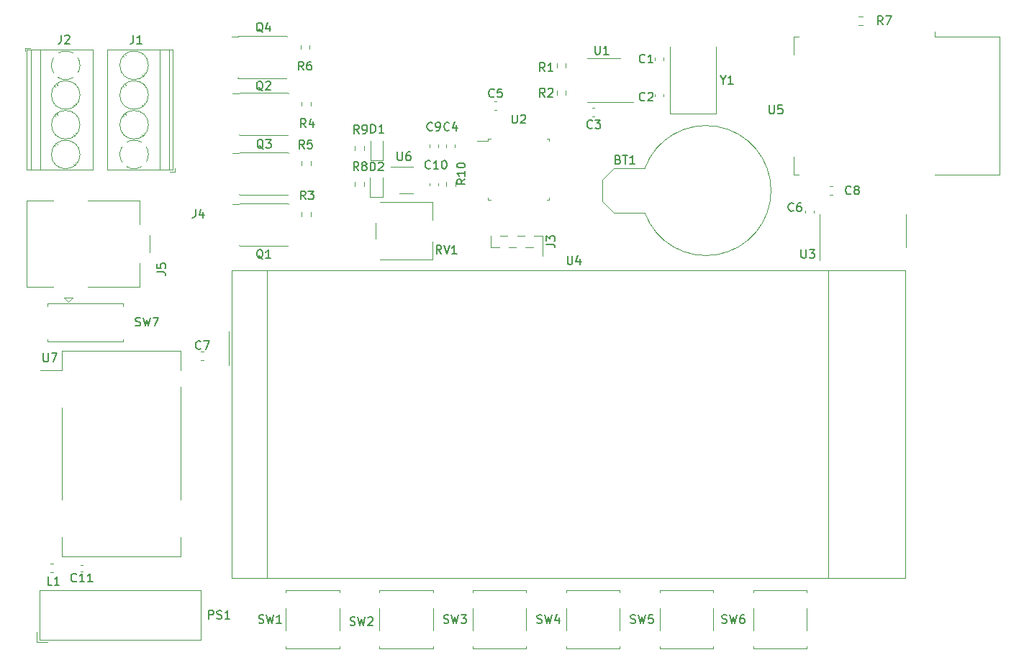
<source format=gbr>
%TF.GenerationSoftware,KiCad,Pcbnew,(6.0.9)*%
%TF.CreationDate,2023-01-24T23:05:38+01:00*%
%TF.ProjectId,Projekt,50726f6a-656b-4742-9e6b-696361645f70,rev?*%
%TF.SameCoordinates,Original*%
%TF.FileFunction,Legend,Top*%
%TF.FilePolarity,Positive*%
%FSLAX46Y46*%
G04 Gerber Fmt 4.6, Leading zero omitted, Abs format (unit mm)*
G04 Created by KiCad (PCBNEW (6.0.9)) date 2023-01-24 23:05:38*
%MOMM*%
%LPD*%
G01*
G04 APERTURE LIST*
%ADD10C,0.150000*%
%ADD11C,0.120000*%
G04 APERTURE END LIST*
D10*
%TO.C,J3*%
X126512380Y-97333333D02*
X127226666Y-97333333D01*
X127369523Y-97380952D01*
X127464761Y-97476190D01*
X127512380Y-97619047D01*
X127512380Y-97714285D01*
X126512380Y-96952380D02*
X126512380Y-96333333D01*
X126893333Y-96666666D01*
X126893333Y-96523809D01*
X126940952Y-96428571D01*
X126988571Y-96380952D01*
X127083809Y-96333333D01*
X127321904Y-96333333D01*
X127417142Y-96380952D01*
X127464761Y-96428571D01*
X127512380Y-96523809D01*
X127512380Y-96809523D01*
X127464761Y-96904761D01*
X127417142Y-96952380D01*
%TO.C,J2*%
X69416666Y-72702380D02*
X69416666Y-73416666D01*
X69369047Y-73559523D01*
X69273809Y-73654761D01*
X69130952Y-73702380D01*
X69035714Y-73702380D01*
X69845238Y-72797619D02*
X69892857Y-72750000D01*
X69988095Y-72702380D01*
X70226190Y-72702380D01*
X70321428Y-72750000D01*
X70369047Y-72797619D01*
X70416666Y-72892857D01*
X70416666Y-72988095D01*
X70369047Y-73130952D01*
X69797619Y-73702380D01*
X70416666Y-73702380D01*
%TO.C,J1*%
X77916666Y-72702380D02*
X77916666Y-73416666D01*
X77869047Y-73559523D01*
X77773809Y-73654761D01*
X77630952Y-73702380D01*
X77535714Y-73702380D01*
X78916666Y-73702380D02*
X78345238Y-73702380D01*
X78630952Y-73702380D02*
X78630952Y-72702380D01*
X78535714Y-72845238D01*
X78440476Y-72940476D01*
X78345238Y-72988095D01*
%TO.C,C11*%
X71206026Y-136997142D02*
X71158407Y-137044761D01*
X71015550Y-137092380D01*
X70920312Y-137092380D01*
X70777455Y-137044761D01*
X70682217Y-136949523D01*
X70634598Y-136854285D01*
X70586979Y-136663809D01*
X70586979Y-136520952D01*
X70634598Y-136330476D01*
X70682217Y-136235238D01*
X70777455Y-136140000D01*
X70920312Y-136092380D01*
X71015550Y-136092380D01*
X71158407Y-136140000D01*
X71206026Y-136187619D01*
X72158407Y-137092380D02*
X71586979Y-137092380D01*
X71872693Y-137092380D02*
X71872693Y-136092380D01*
X71777455Y-136235238D01*
X71682217Y-136330476D01*
X71586979Y-136378095D01*
X73110788Y-137092380D02*
X72539360Y-137092380D01*
X72825074Y-137092380D02*
X72825074Y-136092380D01*
X72729836Y-136235238D01*
X72634598Y-136330476D01*
X72539360Y-136378095D01*
%TO.C,R3*%
X98163333Y-92042380D02*
X97830000Y-91566190D01*
X97591904Y-92042380D02*
X97591904Y-91042380D01*
X97972857Y-91042380D01*
X98068095Y-91090000D01*
X98115714Y-91137619D01*
X98163333Y-91232857D01*
X98163333Y-91375714D01*
X98115714Y-91470952D01*
X98068095Y-91518571D01*
X97972857Y-91566190D01*
X97591904Y-91566190D01*
X98496666Y-91042380D02*
X99115714Y-91042380D01*
X98782380Y-91423333D01*
X98925238Y-91423333D01*
X99020476Y-91470952D01*
X99068095Y-91518571D01*
X99115714Y-91613809D01*
X99115714Y-91851904D01*
X99068095Y-91947142D01*
X99020476Y-91994761D01*
X98925238Y-92042380D01*
X98639523Y-92042380D01*
X98544285Y-91994761D01*
X98496666Y-91947142D01*
%TO.C,Q2*%
X93134761Y-79242619D02*
X93039523Y-79195000D01*
X92944285Y-79099761D01*
X92801428Y-78956904D01*
X92706190Y-78909285D01*
X92610952Y-78909285D01*
X92658571Y-79147380D02*
X92563333Y-79099761D01*
X92468095Y-79004523D01*
X92420476Y-78814047D01*
X92420476Y-78480714D01*
X92468095Y-78290238D01*
X92563333Y-78195000D01*
X92658571Y-78147380D01*
X92849047Y-78147380D01*
X92944285Y-78195000D01*
X93039523Y-78290238D01*
X93087142Y-78480714D01*
X93087142Y-78814047D01*
X93039523Y-79004523D01*
X92944285Y-79099761D01*
X92849047Y-79147380D01*
X92658571Y-79147380D01*
X93468095Y-78242619D02*
X93515714Y-78195000D01*
X93610952Y-78147380D01*
X93849047Y-78147380D01*
X93944285Y-78195000D01*
X93991904Y-78242619D01*
X94039523Y-78337857D01*
X94039523Y-78433095D01*
X93991904Y-78575952D01*
X93420476Y-79147380D01*
X94039523Y-79147380D01*
%TO.C,U1*%
X132238095Y-73952380D02*
X132238095Y-74761904D01*
X132285714Y-74857142D01*
X132333333Y-74904761D01*
X132428571Y-74952380D01*
X132619047Y-74952380D01*
X132714285Y-74904761D01*
X132761904Y-74857142D01*
X132809523Y-74761904D01*
X132809523Y-73952380D01*
X133809523Y-74952380D02*
X133238095Y-74952380D01*
X133523809Y-74952380D02*
X133523809Y-73952380D01*
X133428571Y-74095238D01*
X133333333Y-74190476D01*
X133238095Y-74238095D01*
%TO.C,RV1*%
X114154761Y-98452380D02*
X113821428Y-97976190D01*
X113583333Y-98452380D02*
X113583333Y-97452380D01*
X113964285Y-97452380D01*
X114059523Y-97500000D01*
X114107142Y-97547619D01*
X114154761Y-97642857D01*
X114154761Y-97785714D01*
X114107142Y-97880952D01*
X114059523Y-97928571D01*
X113964285Y-97976190D01*
X113583333Y-97976190D01*
X114440476Y-97452380D02*
X114773809Y-98452380D01*
X115107142Y-97452380D01*
X115964285Y-98452380D02*
X115392857Y-98452380D01*
X115678571Y-98452380D02*
X115678571Y-97452380D01*
X115583333Y-97595238D01*
X115488095Y-97690476D01*
X115392857Y-97738095D01*
%TO.C,C6*%
X155583333Y-93357142D02*
X155535714Y-93404761D01*
X155392857Y-93452380D01*
X155297619Y-93452380D01*
X155154761Y-93404761D01*
X155059523Y-93309523D01*
X155011904Y-93214285D01*
X154964285Y-93023809D01*
X154964285Y-92880952D01*
X155011904Y-92690476D01*
X155059523Y-92595238D01*
X155154761Y-92500000D01*
X155297619Y-92452380D01*
X155392857Y-92452380D01*
X155535714Y-92500000D01*
X155583333Y-92547619D01*
X156440476Y-92452380D02*
X156250000Y-92452380D01*
X156154761Y-92500000D01*
X156107142Y-92547619D01*
X156011904Y-92690476D01*
X155964285Y-92880952D01*
X155964285Y-93261904D01*
X156011904Y-93357142D01*
X156059523Y-93404761D01*
X156154761Y-93452380D01*
X156345238Y-93452380D01*
X156440476Y-93404761D01*
X156488095Y-93357142D01*
X156535714Y-93261904D01*
X156535714Y-93023809D01*
X156488095Y-92928571D01*
X156440476Y-92880952D01*
X156345238Y-92833333D01*
X156154761Y-92833333D01*
X156059523Y-92880952D01*
X156011904Y-92928571D01*
X155964285Y-93023809D01*
%TO.C,U3*%
X156488095Y-97952380D02*
X156488095Y-98761904D01*
X156535714Y-98857142D01*
X156583333Y-98904761D01*
X156678571Y-98952380D01*
X156869047Y-98952380D01*
X156964285Y-98904761D01*
X157011904Y-98857142D01*
X157059523Y-98761904D01*
X157059523Y-97952380D01*
X157440476Y-97952380D02*
X158059523Y-97952380D01*
X157726190Y-98333333D01*
X157869047Y-98333333D01*
X157964285Y-98380952D01*
X158011904Y-98428571D01*
X158059523Y-98523809D01*
X158059523Y-98761904D01*
X158011904Y-98857142D01*
X157964285Y-98904761D01*
X157869047Y-98952380D01*
X157583333Y-98952380D01*
X157488095Y-98904761D01*
X157440476Y-98857142D01*
%TO.C,R1*%
X126333333Y-76952380D02*
X126000000Y-76476190D01*
X125761904Y-76952380D02*
X125761904Y-75952380D01*
X126142857Y-75952380D01*
X126238095Y-76000000D01*
X126285714Y-76047619D01*
X126333333Y-76142857D01*
X126333333Y-76285714D01*
X126285714Y-76380952D01*
X126238095Y-76428571D01*
X126142857Y-76476190D01*
X125761904Y-76476190D01*
X127285714Y-76952380D02*
X126714285Y-76952380D01*
X127000000Y-76952380D02*
X127000000Y-75952380D01*
X126904761Y-76095238D01*
X126809523Y-76190476D01*
X126714285Y-76238095D01*
%TO.C,R10*%
X116952380Y-89642857D02*
X116476190Y-89976190D01*
X116952380Y-90214285D02*
X115952380Y-90214285D01*
X115952380Y-89833333D01*
X116000000Y-89738095D01*
X116047619Y-89690476D01*
X116142857Y-89642857D01*
X116285714Y-89642857D01*
X116380952Y-89690476D01*
X116428571Y-89738095D01*
X116476190Y-89833333D01*
X116476190Y-90214285D01*
X116952380Y-88690476D02*
X116952380Y-89261904D01*
X116952380Y-88976190D02*
X115952380Y-88976190D01*
X116095238Y-89071428D01*
X116190476Y-89166666D01*
X116238095Y-89261904D01*
X115952380Y-88071428D02*
X115952380Y-87976190D01*
X116000000Y-87880952D01*
X116047619Y-87833333D01*
X116142857Y-87785714D01*
X116333333Y-87738095D01*
X116571428Y-87738095D01*
X116761904Y-87785714D01*
X116857142Y-87833333D01*
X116904761Y-87880952D01*
X116952380Y-87976190D01*
X116952380Y-88071428D01*
X116904761Y-88166666D01*
X116857142Y-88214285D01*
X116761904Y-88261904D01*
X116571428Y-88309523D01*
X116333333Y-88309523D01*
X116142857Y-88261904D01*
X116047619Y-88214285D01*
X116000000Y-88166666D01*
X115952380Y-88071428D01*
%TO.C,C9*%
X113083333Y-83857142D02*
X113035714Y-83904761D01*
X112892857Y-83952380D01*
X112797619Y-83952380D01*
X112654761Y-83904761D01*
X112559523Y-83809523D01*
X112511904Y-83714285D01*
X112464285Y-83523809D01*
X112464285Y-83380952D01*
X112511904Y-83190476D01*
X112559523Y-83095238D01*
X112654761Y-83000000D01*
X112797619Y-82952380D01*
X112892857Y-82952380D01*
X113035714Y-83000000D01*
X113083333Y-83047619D01*
X113559523Y-83952380D02*
X113750000Y-83952380D01*
X113845238Y-83904761D01*
X113892857Y-83857142D01*
X113988095Y-83714285D01*
X114035714Y-83523809D01*
X114035714Y-83142857D01*
X113988095Y-83047619D01*
X113940476Y-83000000D01*
X113845238Y-82952380D01*
X113654761Y-82952380D01*
X113559523Y-83000000D01*
X113511904Y-83047619D01*
X113464285Y-83142857D01*
X113464285Y-83380952D01*
X113511904Y-83476190D01*
X113559523Y-83523809D01*
X113654761Y-83571428D01*
X113845238Y-83571428D01*
X113940476Y-83523809D01*
X113988095Y-83476190D01*
X114035714Y-83380952D01*
%TO.C,D2*%
X105781904Y-88662380D02*
X105781904Y-87662380D01*
X106020000Y-87662380D01*
X106162857Y-87710000D01*
X106258095Y-87805238D01*
X106305714Y-87900476D01*
X106353333Y-88090952D01*
X106353333Y-88233809D01*
X106305714Y-88424285D01*
X106258095Y-88519523D01*
X106162857Y-88614761D01*
X106020000Y-88662380D01*
X105781904Y-88662380D01*
X106734285Y-87757619D02*
X106781904Y-87710000D01*
X106877142Y-87662380D01*
X107115238Y-87662380D01*
X107210476Y-87710000D01*
X107258095Y-87757619D01*
X107305714Y-87852857D01*
X107305714Y-87948095D01*
X107258095Y-88090952D01*
X106686666Y-88662380D01*
X107305714Y-88662380D01*
%TO.C,R8*%
X104413333Y-88642380D02*
X104080000Y-88166190D01*
X103841904Y-88642380D02*
X103841904Y-87642380D01*
X104222857Y-87642380D01*
X104318095Y-87690000D01*
X104365714Y-87737619D01*
X104413333Y-87832857D01*
X104413333Y-87975714D01*
X104365714Y-88070952D01*
X104318095Y-88118571D01*
X104222857Y-88166190D01*
X103841904Y-88166190D01*
X104984761Y-88070952D02*
X104889523Y-88023333D01*
X104841904Y-87975714D01*
X104794285Y-87880476D01*
X104794285Y-87832857D01*
X104841904Y-87737619D01*
X104889523Y-87690000D01*
X104984761Y-87642380D01*
X105175238Y-87642380D01*
X105270476Y-87690000D01*
X105318095Y-87737619D01*
X105365714Y-87832857D01*
X105365714Y-87880476D01*
X105318095Y-87975714D01*
X105270476Y-88023333D01*
X105175238Y-88070952D01*
X104984761Y-88070952D01*
X104889523Y-88118571D01*
X104841904Y-88166190D01*
X104794285Y-88261428D01*
X104794285Y-88451904D01*
X104841904Y-88547142D01*
X104889523Y-88594761D01*
X104984761Y-88642380D01*
X105175238Y-88642380D01*
X105270476Y-88594761D01*
X105318095Y-88547142D01*
X105365714Y-88451904D01*
X105365714Y-88261428D01*
X105318095Y-88166190D01*
X105270476Y-88118571D01*
X105175238Y-88070952D01*
%TO.C,C10*%
X112857142Y-88357142D02*
X112809523Y-88404761D01*
X112666666Y-88452380D01*
X112571428Y-88452380D01*
X112428571Y-88404761D01*
X112333333Y-88309523D01*
X112285714Y-88214285D01*
X112238095Y-88023809D01*
X112238095Y-87880952D01*
X112285714Y-87690476D01*
X112333333Y-87595238D01*
X112428571Y-87500000D01*
X112571428Y-87452380D01*
X112666666Y-87452380D01*
X112809523Y-87500000D01*
X112857142Y-87547619D01*
X113809523Y-88452380D02*
X113238095Y-88452380D01*
X113523809Y-88452380D02*
X113523809Y-87452380D01*
X113428571Y-87595238D01*
X113333333Y-87690476D01*
X113238095Y-87738095D01*
X114428571Y-87452380D02*
X114523809Y-87452380D01*
X114619047Y-87500000D01*
X114666666Y-87547619D01*
X114714285Y-87642857D01*
X114761904Y-87833333D01*
X114761904Y-88071428D01*
X114714285Y-88261904D01*
X114666666Y-88357142D01*
X114619047Y-88404761D01*
X114523809Y-88452380D01*
X114428571Y-88452380D01*
X114333333Y-88404761D01*
X114285714Y-88357142D01*
X114238095Y-88261904D01*
X114190476Y-88071428D01*
X114190476Y-87833333D01*
X114238095Y-87642857D01*
X114285714Y-87547619D01*
X114333333Y-87500000D01*
X114428571Y-87452380D01*
%TO.C,C3*%
X131913333Y-83597142D02*
X131865714Y-83644761D01*
X131722857Y-83692380D01*
X131627619Y-83692380D01*
X131484761Y-83644761D01*
X131389523Y-83549523D01*
X131341904Y-83454285D01*
X131294285Y-83263809D01*
X131294285Y-83120952D01*
X131341904Y-82930476D01*
X131389523Y-82835238D01*
X131484761Y-82740000D01*
X131627619Y-82692380D01*
X131722857Y-82692380D01*
X131865714Y-82740000D01*
X131913333Y-82787619D01*
X132246666Y-82692380D02*
X132865714Y-82692380D01*
X132532380Y-83073333D01*
X132675238Y-83073333D01*
X132770476Y-83120952D01*
X132818095Y-83168571D01*
X132865714Y-83263809D01*
X132865714Y-83501904D01*
X132818095Y-83597142D01*
X132770476Y-83644761D01*
X132675238Y-83692380D01*
X132389523Y-83692380D01*
X132294285Y-83644761D01*
X132246666Y-83597142D01*
%TO.C,R7*%
X166083333Y-71452380D02*
X165750000Y-70976190D01*
X165511904Y-71452380D02*
X165511904Y-70452380D01*
X165892857Y-70452380D01*
X165988095Y-70500000D01*
X166035714Y-70547619D01*
X166083333Y-70642857D01*
X166083333Y-70785714D01*
X166035714Y-70880952D01*
X165988095Y-70928571D01*
X165892857Y-70976190D01*
X165511904Y-70976190D01*
X166416666Y-70452380D02*
X167083333Y-70452380D01*
X166654761Y-71452380D01*
%TO.C,R9*%
X104453333Y-84272380D02*
X104120000Y-83796190D01*
X103881904Y-84272380D02*
X103881904Y-83272380D01*
X104262857Y-83272380D01*
X104358095Y-83320000D01*
X104405714Y-83367619D01*
X104453333Y-83462857D01*
X104453333Y-83605714D01*
X104405714Y-83700952D01*
X104358095Y-83748571D01*
X104262857Y-83796190D01*
X103881904Y-83796190D01*
X104929523Y-84272380D02*
X105120000Y-84272380D01*
X105215238Y-84224761D01*
X105262857Y-84177142D01*
X105358095Y-84034285D01*
X105405714Y-83843809D01*
X105405714Y-83462857D01*
X105358095Y-83367619D01*
X105310476Y-83320000D01*
X105215238Y-83272380D01*
X105024761Y-83272380D01*
X104929523Y-83320000D01*
X104881904Y-83367619D01*
X104834285Y-83462857D01*
X104834285Y-83700952D01*
X104881904Y-83796190D01*
X104929523Y-83843809D01*
X105024761Y-83891428D01*
X105215238Y-83891428D01*
X105310476Y-83843809D01*
X105358095Y-83796190D01*
X105405714Y-83700952D01*
%TO.C,L1*%
X68333333Y-137452380D02*
X67857142Y-137452380D01*
X67857142Y-136452380D01*
X69190476Y-137452380D02*
X68619047Y-137452380D01*
X68904761Y-137452380D02*
X68904761Y-136452380D01*
X68809523Y-136595238D01*
X68714285Y-136690476D01*
X68619047Y-136738095D01*
%TO.C,U2*%
X122488095Y-82072380D02*
X122488095Y-82881904D01*
X122535714Y-82977142D01*
X122583333Y-83024761D01*
X122678571Y-83072380D01*
X122869047Y-83072380D01*
X122964285Y-83024761D01*
X123011904Y-82977142D01*
X123059523Y-82881904D01*
X123059523Y-82072380D01*
X123488095Y-82167619D02*
X123535714Y-82120000D01*
X123630952Y-82072380D01*
X123869047Y-82072380D01*
X123964285Y-82120000D01*
X124011904Y-82167619D01*
X124059523Y-82262857D01*
X124059523Y-82358095D01*
X124011904Y-82500952D01*
X123440476Y-83072380D01*
X124059523Y-83072380D01*
%TO.C,SW5*%
X136416666Y-141904761D02*
X136559523Y-141952380D01*
X136797619Y-141952380D01*
X136892857Y-141904761D01*
X136940476Y-141857142D01*
X136988095Y-141761904D01*
X136988095Y-141666666D01*
X136940476Y-141571428D01*
X136892857Y-141523809D01*
X136797619Y-141476190D01*
X136607142Y-141428571D01*
X136511904Y-141380952D01*
X136464285Y-141333333D01*
X136416666Y-141238095D01*
X136416666Y-141142857D01*
X136464285Y-141047619D01*
X136511904Y-141000000D01*
X136607142Y-140952380D01*
X136845238Y-140952380D01*
X136988095Y-141000000D01*
X137321428Y-140952380D02*
X137559523Y-141952380D01*
X137750000Y-141238095D01*
X137940476Y-141952380D01*
X138178571Y-140952380D01*
X139035714Y-140952380D02*
X138559523Y-140952380D01*
X138511904Y-141428571D01*
X138559523Y-141380952D01*
X138654761Y-141333333D01*
X138892857Y-141333333D01*
X138988095Y-141380952D01*
X139035714Y-141428571D01*
X139083333Y-141523809D01*
X139083333Y-141761904D01*
X139035714Y-141857142D01*
X138988095Y-141904761D01*
X138892857Y-141952380D01*
X138654761Y-141952380D01*
X138559523Y-141904761D01*
X138511904Y-141857142D01*
%TO.C,SW6*%
X147166666Y-141904761D02*
X147309523Y-141952380D01*
X147547619Y-141952380D01*
X147642857Y-141904761D01*
X147690476Y-141857142D01*
X147738095Y-141761904D01*
X147738095Y-141666666D01*
X147690476Y-141571428D01*
X147642857Y-141523809D01*
X147547619Y-141476190D01*
X147357142Y-141428571D01*
X147261904Y-141380952D01*
X147214285Y-141333333D01*
X147166666Y-141238095D01*
X147166666Y-141142857D01*
X147214285Y-141047619D01*
X147261904Y-141000000D01*
X147357142Y-140952380D01*
X147595238Y-140952380D01*
X147738095Y-141000000D01*
X148071428Y-140952380D02*
X148309523Y-141952380D01*
X148500000Y-141238095D01*
X148690476Y-141952380D01*
X148928571Y-140952380D01*
X149738095Y-140952380D02*
X149547619Y-140952380D01*
X149452380Y-141000000D01*
X149404761Y-141047619D01*
X149309523Y-141190476D01*
X149261904Y-141380952D01*
X149261904Y-141761904D01*
X149309523Y-141857142D01*
X149357142Y-141904761D01*
X149452380Y-141952380D01*
X149642857Y-141952380D01*
X149738095Y-141904761D01*
X149785714Y-141857142D01*
X149833333Y-141761904D01*
X149833333Y-141523809D01*
X149785714Y-141428571D01*
X149738095Y-141380952D01*
X149642857Y-141333333D01*
X149452380Y-141333333D01*
X149357142Y-141380952D01*
X149309523Y-141428571D01*
X149261904Y-141523809D01*
%TO.C,U5*%
X152738095Y-80952380D02*
X152738095Y-81761904D01*
X152785714Y-81857142D01*
X152833333Y-81904761D01*
X152928571Y-81952380D01*
X153119047Y-81952380D01*
X153214285Y-81904761D01*
X153261904Y-81857142D01*
X153309523Y-81761904D01*
X153309523Y-80952380D01*
X154261904Y-80952380D02*
X153785714Y-80952380D01*
X153738095Y-81428571D01*
X153785714Y-81380952D01*
X153880952Y-81333333D01*
X154119047Y-81333333D01*
X154214285Y-81380952D01*
X154261904Y-81428571D01*
X154309523Y-81523809D01*
X154309523Y-81761904D01*
X154261904Y-81857142D01*
X154214285Y-81904761D01*
X154119047Y-81952380D01*
X153880952Y-81952380D01*
X153785714Y-81904761D01*
X153738095Y-81857142D01*
%TO.C,BT1*%
X134964285Y-87328571D02*
X135107142Y-87376190D01*
X135154761Y-87423809D01*
X135202380Y-87519047D01*
X135202380Y-87661904D01*
X135154761Y-87757142D01*
X135107142Y-87804761D01*
X135011904Y-87852380D01*
X134630952Y-87852380D01*
X134630952Y-86852380D01*
X134964285Y-86852380D01*
X135059523Y-86900000D01*
X135107142Y-86947619D01*
X135154761Y-87042857D01*
X135154761Y-87138095D01*
X135107142Y-87233333D01*
X135059523Y-87280952D01*
X134964285Y-87328571D01*
X134630952Y-87328571D01*
X135488095Y-86852380D02*
X136059523Y-86852380D01*
X135773809Y-87852380D02*
X135773809Y-86852380D01*
X136916666Y-87852380D02*
X136345238Y-87852380D01*
X136630952Y-87852380D02*
X136630952Y-86852380D01*
X136535714Y-86995238D01*
X136440476Y-87090476D01*
X136345238Y-87138095D01*
%TO.C,PS1*%
X86785714Y-141452380D02*
X86785714Y-140452380D01*
X87166666Y-140452380D01*
X87261904Y-140500000D01*
X87309523Y-140547619D01*
X87357142Y-140642857D01*
X87357142Y-140785714D01*
X87309523Y-140880952D01*
X87261904Y-140928571D01*
X87166666Y-140976190D01*
X86785714Y-140976190D01*
X87738095Y-141404761D02*
X87880952Y-141452380D01*
X88119047Y-141452380D01*
X88214285Y-141404761D01*
X88261904Y-141357142D01*
X88309523Y-141261904D01*
X88309523Y-141166666D01*
X88261904Y-141071428D01*
X88214285Y-141023809D01*
X88119047Y-140976190D01*
X87928571Y-140928571D01*
X87833333Y-140880952D01*
X87785714Y-140833333D01*
X87738095Y-140738095D01*
X87738095Y-140642857D01*
X87785714Y-140547619D01*
X87833333Y-140500000D01*
X87928571Y-140452380D01*
X88166666Y-140452380D01*
X88309523Y-140500000D01*
X89261904Y-141452380D02*
X88690476Y-141452380D01*
X88976190Y-141452380D02*
X88976190Y-140452380D01*
X88880952Y-140595238D01*
X88785714Y-140690476D01*
X88690476Y-140738095D01*
%TO.C,Q1*%
X93154761Y-99047619D02*
X93059523Y-99000000D01*
X92964285Y-98904761D01*
X92821428Y-98761904D01*
X92726190Y-98714285D01*
X92630952Y-98714285D01*
X92678571Y-98952380D02*
X92583333Y-98904761D01*
X92488095Y-98809523D01*
X92440476Y-98619047D01*
X92440476Y-98285714D01*
X92488095Y-98095238D01*
X92583333Y-98000000D01*
X92678571Y-97952380D01*
X92869047Y-97952380D01*
X92964285Y-98000000D01*
X93059523Y-98095238D01*
X93107142Y-98285714D01*
X93107142Y-98619047D01*
X93059523Y-98809523D01*
X92964285Y-98904761D01*
X92869047Y-98952380D01*
X92678571Y-98952380D01*
X94059523Y-98952380D02*
X93488095Y-98952380D01*
X93773809Y-98952380D02*
X93773809Y-97952380D01*
X93678571Y-98095238D01*
X93583333Y-98190476D01*
X93488095Y-98238095D01*
%TO.C,C1*%
X138083333Y-75857142D02*
X138035714Y-75904761D01*
X137892857Y-75952380D01*
X137797619Y-75952380D01*
X137654761Y-75904761D01*
X137559523Y-75809523D01*
X137511904Y-75714285D01*
X137464285Y-75523809D01*
X137464285Y-75380952D01*
X137511904Y-75190476D01*
X137559523Y-75095238D01*
X137654761Y-75000000D01*
X137797619Y-74952380D01*
X137892857Y-74952380D01*
X138035714Y-75000000D01*
X138083333Y-75047619D01*
X139035714Y-75952380D02*
X138464285Y-75952380D01*
X138750000Y-75952380D02*
X138750000Y-74952380D01*
X138654761Y-75095238D01*
X138559523Y-75190476D01*
X138464285Y-75238095D01*
%TO.C,SW1*%
X92666666Y-141904761D02*
X92809523Y-141952380D01*
X93047619Y-141952380D01*
X93142857Y-141904761D01*
X93190476Y-141857142D01*
X93238095Y-141761904D01*
X93238095Y-141666666D01*
X93190476Y-141571428D01*
X93142857Y-141523809D01*
X93047619Y-141476190D01*
X92857142Y-141428571D01*
X92761904Y-141380952D01*
X92714285Y-141333333D01*
X92666666Y-141238095D01*
X92666666Y-141142857D01*
X92714285Y-141047619D01*
X92761904Y-141000000D01*
X92857142Y-140952380D01*
X93095238Y-140952380D01*
X93238095Y-141000000D01*
X93571428Y-140952380D02*
X93809523Y-141952380D01*
X94000000Y-141238095D01*
X94190476Y-141952380D01*
X94428571Y-140952380D01*
X95333333Y-141952380D02*
X94761904Y-141952380D01*
X95047619Y-141952380D02*
X95047619Y-140952380D01*
X94952380Y-141095238D01*
X94857142Y-141190476D01*
X94761904Y-141238095D01*
%TO.C,C5*%
X120358333Y-79927142D02*
X120310714Y-79974761D01*
X120167857Y-80022380D01*
X120072619Y-80022380D01*
X119929761Y-79974761D01*
X119834523Y-79879523D01*
X119786904Y-79784285D01*
X119739285Y-79593809D01*
X119739285Y-79450952D01*
X119786904Y-79260476D01*
X119834523Y-79165238D01*
X119929761Y-79070000D01*
X120072619Y-79022380D01*
X120167857Y-79022380D01*
X120310714Y-79070000D01*
X120358333Y-79117619D01*
X121263095Y-79022380D02*
X120786904Y-79022380D01*
X120739285Y-79498571D01*
X120786904Y-79450952D01*
X120882142Y-79403333D01*
X121120238Y-79403333D01*
X121215476Y-79450952D01*
X121263095Y-79498571D01*
X121310714Y-79593809D01*
X121310714Y-79831904D01*
X121263095Y-79927142D01*
X121215476Y-79974761D01*
X121120238Y-80022380D01*
X120882142Y-80022380D01*
X120786904Y-79974761D01*
X120739285Y-79927142D01*
%TO.C,R6*%
X97943333Y-76812380D02*
X97610000Y-76336190D01*
X97371904Y-76812380D02*
X97371904Y-75812380D01*
X97752857Y-75812380D01*
X97848095Y-75860000D01*
X97895714Y-75907619D01*
X97943333Y-76002857D01*
X97943333Y-76145714D01*
X97895714Y-76240952D01*
X97848095Y-76288571D01*
X97752857Y-76336190D01*
X97371904Y-76336190D01*
X98800476Y-75812380D02*
X98610000Y-75812380D01*
X98514761Y-75860000D01*
X98467142Y-75907619D01*
X98371904Y-76050476D01*
X98324285Y-76240952D01*
X98324285Y-76621904D01*
X98371904Y-76717142D01*
X98419523Y-76764761D01*
X98514761Y-76812380D01*
X98705238Y-76812380D01*
X98800476Y-76764761D01*
X98848095Y-76717142D01*
X98895714Y-76621904D01*
X98895714Y-76383809D01*
X98848095Y-76288571D01*
X98800476Y-76240952D01*
X98705238Y-76193333D01*
X98514761Y-76193333D01*
X98419523Y-76240952D01*
X98371904Y-76288571D01*
X98324285Y-76383809D01*
%TO.C,C7*%
X85833333Y-109607142D02*
X85785714Y-109654761D01*
X85642857Y-109702380D01*
X85547619Y-109702380D01*
X85404761Y-109654761D01*
X85309523Y-109559523D01*
X85261904Y-109464285D01*
X85214285Y-109273809D01*
X85214285Y-109130952D01*
X85261904Y-108940476D01*
X85309523Y-108845238D01*
X85404761Y-108750000D01*
X85547619Y-108702380D01*
X85642857Y-108702380D01*
X85785714Y-108750000D01*
X85833333Y-108797619D01*
X86166666Y-108702380D02*
X86833333Y-108702380D01*
X86404761Y-109702380D01*
%TO.C,J4*%
X85216666Y-93207380D02*
X85216666Y-93921666D01*
X85169047Y-94064523D01*
X85073809Y-94159761D01*
X84930952Y-94207380D01*
X84835714Y-94207380D01*
X86121428Y-93540714D02*
X86121428Y-94207380D01*
X85883333Y-93159761D02*
X85645238Y-93874047D01*
X86264285Y-93874047D01*
%TO.C,SW2*%
X103416666Y-142154761D02*
X103559523Y-142202380D01*
X103797619Y-142202380D01*
X103892857Y-142154761D01*
X103940476Y-142107142D01*
X103988095Y-142011904D01*
X103988095Y-141916666D01*
X103940476Y-141821428D01*
X103892857Y-141773809D01*
X103797619Y-141726190D01*
X103607142Y-141678571D01*
X103511904Y-141630952D01*
X103464285Y-141583333D01*
X103416666Y-141488095D01*
X103416666Y-141392857D01*
X103464285Y-141297619D01*
X103511904Y-141250000D01*
X103607142Y-141202380D01*
X103845238Y-141202380D01*
X103988095Y-141250000D01*
X104321428Y-141202380D02*
X104559523Y-142202380D01*
X104750000Y-141488095D01*
X104940476Y-142202380D01*
X105178571Y-141202380D01*
X105511904Y-141297619D02*
X105559523Y-141250000D01*
X105654761Y-141202380D01*
X105892857Y-141202380D01*
X105988095Y-141250000D01*
X106035714Y-141297619D01*
X106083333Y-141392857D01*
X106083333Y-141488095D01*
X106035714Y-141630952D01*
X105464285Y-142202380D01*
X106083333Y-142202380D01*
%TO.C,U7*%
X67328095Y-110162380D02*
X67328095Y-110971904D01*
X67375714Y-111067142D01*
X67423333Y-111114761D01*
X67518571Y-111162380D01*
X67709047Y-111162380D01*
X67804285Y-111114761D01*
X67851904Y-111067142D01*
X67899523Y-110971904D01*
X67899523Y-110162380D01*
X68280476Y-110162380D02*
X68947142Y-110162380D01*
X68518571Y-111162380D01*
%TO.C,Q4*%
X93134761Y-72337619D02*
X93039523Y-72290000D01*
X92944285Y-72194761D01*
X92801428Y-72051904D01*
X92706190Y-72004285D01*
X92610952Y-72004285D01*
X92658571Y-72242380D02*
X92563333Y-72194761D01*
X92468095Y-72099523D01*
X92420476Y-71909047D01*
X92420476Y-71575714D01*
X92468095Y-71385238D01*
X92563333Y-71290000D01*
X92658571Y-71242380D01*
X92849047Y-71242380D01*
X92944285Y-71290000D01*
X93039523Y-71385238D01*
X93087142Y-71575714D01*
X93087142Y-71909047D01*
X93039523Y-72099523D01*
X92944285Y-72194761D01*
X92849047Y-72242380D01*
X92658571Y-72242380D01*
X93944285Y-71575714D02*
X93944285Y-72242380D01*
X93706190Y-71194761D02*
X93468095Y-71909047D01*
X94087142Y-71909047D01*
%TO.C,R2*%
X126333333Y-79952380D02*
X126000000Y-79476190D01*
X125761904Y-79952380D02*
X125761904Y-78952380D01*
X126142857Y-78952380D01*
X126238095Y-79000000D01*
X126285714Y-79047619D01*
X126333333Y-79142857D01*
X126333333Y-79285714D01*
X126285714Y-79380952D01*
X126238095Y-79428571D01*
X126142857Y-79476190D01*
X125761904Y-79476190D01*
X126714285Y-79047619D02*
X126761904Y-79000000D01*
X126857142Y-78952380D01*
X127095238Y-78952380D01*
X127190476Y-79000000D01*
X127238095Y-79047619D01*
X127285714Y-79142857D01*
X127285714Y-79238095D01*
X127238095Y-79380952D01*
X126666666Y-79952380D01*
X127285714Y-79952380D01*
%TO.C,J5*%
X80702380Y-100583333D02*
X81416666Y-100583333D01*
X81559523Y-100630952D01*
X81654761Y-100726190D01*
X81702380Y-100869047D01*
X81702380Y-100964285D01*
X80702380Y-99630952D02*
X80702380Y-100107142D01*
X81178571Y-100154761D01*
X81130952Y-100107142D01*
X81083333Y-100011904D01*
X81083333Y-99773809D01*
X81130952Y-99678571D01*
X81178571Y-99630952D01*
X81273809Y-99583333D01*
X81511904Y-99583333D01*
X81607142Y-99630952D01*
X81654761Y-99678571D01*
X81702380Y-99773809D01*
X81702380Y-100011904D01*
X81654761Y-100107142D01*
X81607142Y-100154761D01*
%TO.C,Q3*%
X93204761Y-86097619D02*
X93109523Y-86050000D01*
X93014285Y-85954761D01*
X92871428Y-85811904D01*
X92776190Y-85764285D01*
X92680952Y-85764285D01*
X92728571Y-86002380D02*
X92633333Y-85954761D01*
X92538095Y-85859523D01*
X92490476Y-85669047D01*
X92490476Y-85335714D01*
X92538095Y-85145238D01*
X92633333Y-85050000D01*
X92728571Y-85002380D01*
X92919047Y-85002380D01*
X93014285Y-85050000D01*
X93109523Y-85145238D01*
X93157142Y-85335714D01*
X93157142Y-85669047D01*
X93109523Y-85859523D01*
X93014285Y-85954761D01*
X92919047Y-86002380D01*
X92728571Y-86002380D01*
X93490476Y-85002380D02*
X94109523Y-85002380D01*
X93776190Y-85383333D01*
X93919047Y-85383333D01*
X94014285Y-85430952D01*
X94061904Y-85478571D01*
X94109523Y-85573809D01*
X94109523Y-85811904D01*
X94061904Y-85907142D01*
X94014285Y-85954761D01*
X93919047Y-86002380D01*
X93633333Y-86002380D01*
X93538095Y-85954761D01*
X93490476Y-85907142D01*
%TO.C,U6*%
X108988095Y-86452380D02*
X108988095Y-87261904D01*
X109035714Y-87357142D01*
X109083333Y-87404761D01*
X109178571Y-87452380D01*
X109369047Y-87452380D01*
X109464285Y-87404761D01*
X109511904Y-87357142D01*
X109559523Y-87261904D01*
X109559523Y-86452380D01*
X110464285Y-86452380D02*
X110273809Y-86452380D01*
X110178571Y-86500000D01*
X110130952Y-86547619D01*
X110035714Y-86690476D01*
X109988095Y-86880952D01*
X109988095Y-87261904D01*
X110035714Y-87357142D01*
X110083333Y-87404761D01*
X110178571Y-87452380D01*
X110369047Y-87452380D01*
X110464285Y-87404761D01*
X110511904Y-87357142D01*
X110559523Y-87261904D01*
X110559523Y-87023809D01*
X110511904Y-86928571D01*
X110464285Y-86880952D01*
X110369047Y-86833333D01*
X110178571Y-86833333D01*
X110083333Y-86880952D01*
X110035714Y-86928571D01*
X109988095Y-87023809D01*
%TO.C,R5*%
X98013333Y-86062380D02*
X97680000Y-85586190D01*
X97441904Y-86062380D02*
X97441904Y-85062380D01*
X97822857Y-85062380D01*
X97918095Y-85110000D01*
X97965714Y-85157619D01*
X98013333Y-85252857D01*
X98013333Y-85395714D01*
X97965714Y-85490952D01*
X97918095Y-85538571D01*
X97822857Y-85586190D01*
X97441904Y-85586190D01*
X98918095Y-85062380D02*
X98441904Y-85062380D01*
X98394285Y-85538571D01*
X98441904Y-85490952D01*
X98537142Y-85443333D01*
X98775238Y-85443333D01*
X98870476Y-85490952D01*
X98918095Y-85538571D01*
X98965714Y-85633809D01*
X98965714Y-85871904D01*
X98918095Y-85967142D01*
X98870476Y-86014761D01*
X98775238Y-86062380D01*
X98537142Y-86062380D01*
X98441904Y-86014761D01*
X98394285Y-85967142D01*
%TO.C,SW7*%
X78166666Y-106904761D02*
X78309523Y-106952380D01*
X78547619Y-106952380D01*
X78642857Y-106904761D01*
X78690476Y-106857142D01*
X78738095Y-106761904D01*
X78738095Y-106666666D01*
X78690476Y-106571428D01*
X78642857Y-106523809D01*
X78547619Y-106476190D01*
X78357142Y-106428571D01*
X78261904Y-106380952D01*
X78214285Y-106333333D01*
X78166666Y-106238095D01*
X78166666Y-106142857D01*
X78214285Y-106047619D01*
X78261904Y-106000000D01*
X78357142Y-105952380D01*
X78595238Y-105952380D01*
X78738095Y-106000000D01*
X79071428Y-105952380D02*
X79309523Y-106952380D01*
X79500000Y-106238095D01*
X79690476Y-106952380D01*
X79928571Y-105952380D01*
X80214285Y-105952380D02*
X80880952Y-105952380D01*
X80452380Y-106952380D01*
%TO.C,SW3*%
X114416666Y-141904761D02*
X114559523Y-141952380D01*
X114797619Y-141952380D01*
X114892857Y-141904761D01*
X114940476Y-141857142D01*
X114988095Y-141761904D01*
X114988095Y-141666666D01*
X114940476Y-141571428D01*
X114892857Y-141523809D01*
X114797619Y-141476190D01*
X114607142Y-141428571D01*
X114511904Y-141380952D01*
X114464285Y-141333333D01*
X114416666Y-141238095D01*
X114416666Y-141142857D01*
X114464285Y-141047619D01*
X114511904Y-141000000D01*
X114607142Y-140952380D01*
X114845238Y-140952380D01*
X114988095Y-141000000D01*
X115321428Y-140952380D02*
X115559523Y-141952380D01*
X115750000Y-141238095D01*
X115940476Y-141952380D01*
X116178571Y-140952380D01*
X116464285Y-140952380D02*
X117083333Y-140952380D01*
X116750000Y-141333333D01*
X116892857Y-141333333D01*
X116988095Y-141380952D01*
X117035714Y-141428571D01*
X117083333Y-141523809D01*
X117083333Y-141761904D01*
X117035714Y-141857142D01*
X116988095Y-141904761D01*
X116892857Y-141952380D01*
X116607142Y-141952380D01*
X116511904Y-141904761D01*
X116464285Y-141857142D01*
%TO.C,C8*%
X162333333Y-91357142D02*
X162285714Y-91404761D01*
X162142857Y-91452380D01*
X162047619Y-91452380D01*
X161904761Y-91404761D01*
X161809523Y-91309523D01*
X161761904Y-91214285D01*
X161714285Y-91023809D01*
X161714285Y-90880952D01*
X161761904Y-90690476D01*
X161809523Y-90595238D01*
X161904761Y-90500000D01*
X162047619Y-90452380D01*
X162142857Y-90452380D01*
X162285714Y-90500000D01*
X162333333Y-90547619D01*
X162904761Y-90880952D02*
X162809523Y-90833333D01*
X162761904Y-90785714D01*
X162714285Y-90690476D01*
X162714285Y-90642857D01*
X162761904Y-90547619D01*
X162809523Y-90500000D01*
X162904761Y-90452380D01*
X163095238Y-90452380D01*
X163190476Y-90500000D01*
X163238095Y-90547619D01*
X163285714Y-90642857D01*
X163285714Y-90690476D01*
X163238095Y-90785714D01*
X163190476Y-90833333D01*
X163095238Y-90880952D01*
X162904761Y-90880952D01*
X162809523Y-90928571D01*
X162761904Y-90976190D01*
X162714285Y-91071428D01*
X162714285Y-91261904D01*
X162761904Y-91357142D01*
X162809523Y-91404761D01*
X162904761Y-91452380D01*
X163095238Y-91452380D01*
X163190476Y-91404761D01*
X163238095Y-91357142D01*
X163285714Y-91261904D01*
X163285714Y-91071428D01*
X163238095Y-90976190D01*
X163190476Y-90928571D01*
X163095238Y-90880952D01*
%TO.C,R4*%
X98203333Y-83567380D02*
X97870000Y-83091190D01*
X97631904Y-83567380D02*
X97631904Y-82567380D01*
X98012857Y-82567380D01*
X98108095Y-82615000D01*
X98155714Y-82662619D01*
X98203333Y-82757857D01*
X98203333Y-82900714D01*
X98155714Y-82995952D01*
X98108095Y-83043571D01*
X98012857Y-83091190D01*
X97631904Y-83091190D01*
X99060476Y-82900714D02*
X99060476Y-83567380D01*
X98822380Y-82519761D02*
X98584285Y-83234047D01*
X99203333Y-83234047D01*
%TO.C,C2*%
X138083333Y-80357142D02*
X138035714Y-80404761D01*
X137892857Y-80452380D01*
X137797619Y-80452380D01*
X137654761Y-80404761D01*
X137559523Y-80309523D01*
X137511904Y-80214285D01*
X137464285Y-80023809D01*
X137464285Y-79880952D01*
X137511904Y-79690476D01*
X137559523Y-79595238D01*
X137654761Y-79500000D01*
X137797619Y-79452380D01*
X137892857Y-79452380D01*
X138035714Y-79500000D01*
X138083333Y-79547619D01*
X138464285Y-79547619D02*
X138511904Y-79500000D01*
X138607142Y-79452380D01*
X138845238Y-79452380D01*
X138940476Y-79500000D01*
X138988095Y-79547619D01*
X139035714Y-79642857D01*
X139035714Y-79738095D01*
X138988095Y-79880952D01*
X138416666Y-80452380D01*
X139035714Y-80452380D01*
%TO.C,Y1*%
X147273809Y-77976190D02*
X147273809Y-78452380D01*
X146940476Y-77452380D02*
X147273809Y-77976190D01*
X147607142Y-77452380D01*
X148464285Y-78452380D02*
X147892857Y-78452380D01*
X148178571Y-78452380D02*
X148178571Y-77452380D01*
X148083333Y-77595238D01*
X147988095Y-77690476D01*
X147892857Y-77738095D01*
%TO.C,SW4*%
X125416666Y-141904761D02*
X125559523Y-141952380D01*
X125797619Y-141952380D01*
X125892857Y-141904761D01*
X125940476Y-141857142D01*
X125988095Y-141761904D01*
X125988095Y-141666666D01*
X125940476Y-141571428D01*
X125892857Y-141523809D01*
X125797619Y-141476190D01*
X125607142Y-141428571D01*
X125511904Y-141380952D01*
X125464285Y-141333333D01*
X125416666Y-141238095D01*
X125416666Y-141142857D01*
X125464285Y-141047619D01*
X125511904Y-141000000D01*
X125607142Y-140952380D01*
X125845238Y-140952380D01*
X125988095Y-141000000D01*
X126321428Y-140952380D02*
X126559523Y-141952380D01*
X126750000Y-141238095D01*
X126940476Y-141952380D01*
X127178571Y-140952380D01*
X127988095Y-141285714D02*
X127988095Y-141952380D01*
X127750000Y-140904761D02*
X127511904Y-141619047D01*
X128130952Y-141619047D01*
%TO.C,U4*%
X128988095Y-98702380D02*
X128988095Y-99511904D01*
X129035714Y-99607142D01*
X129083333Y-99654761D01*
X129178571Y-99702380D01*
X129369047Y-99702380D01*
X129464285Y-99654761D01*
X129511904Y-99607142D01*
X129559523Y-99511904D01*
X129559523Y-98702380D01*
X130464285Y-99035714D02*
X130464285Y-99702380D01*
X130226190Y-98654761D02*
X129988095Y-99369047D01*
X130607142Y-99369047D01*
%TO.C,C4*%
X115083333Y-83857142D02*
X115035714Y-83904761D01*
X114892857Y-83952380D01*
X114797619Y-83952380D01*
X114654761Y-83904761D01*
X114559523Y-83809523D01*
X114511904Y-83714285D01*
X114464285Y-83523809D01*
X114464285Y-83380952D01*
X114511904Y-83190476D01*
X114559523Y-83095238D01*
X114654761Y-83000000D01*
X114797619Y-82952380D01*
X114892857Y-82952380D01*
X115035714Y-83000000D01*
X115083333Y-83047619D01*
X115940476Y-83285714D02*
X115940476Y-83952380D01*
X115702380Y-82904761D02*
X115464285Y-83619047D01*
X116083333Y-83619047D01*
%TO.C,D1*%
X105851904Y-84207380D02*
X105851904Y-83207380D01*
X106090000Y-83207380D01*
X106232857Y-83255000D01*
X106328095Y-83350238D01*
X106375714Y-83445476D01*
X106423333Y-83635952D01*
X106423333Y-83778809D01*
X106375714Y-83969285D01*
X106328095Y-84064523D01*
X106232857Y-84159761D01*
X106090000Y-84207380D01*
X105851904Y-84207380D01*
X107375714Y-84207380D02*
X106804285Y-84207380D01*
X107090000Y-84207380D02*
X107090000Y-83207380D01*
X106994761Y-83350238D01*
X106899523Y-83445476D01*
X106804285Y-83493095D01*
D11*
%TO.C,J3*%
X126060000Y-97695000D02*
X126060000Y-97695000D01*
X119940000Y-96305000D02*
X119940000Y-96305000D01*
X124940000Y-97695000D02*
X124060000Y-97695000D01*
X121940000Y-96305000D02*
X121060000Y-96305000D01*
X123940000Y-96305000D02*
X123060000Y-96305000D01*
X119940000Y-96305000D02*
X119940000Y-97695000D01*
X122940000Y-97695000D02*
X122060000Y-97695000D01*
X120940000Y-97695000D02*
X119940000Y-97695000D01*
X126060000Y-97695000D02*
X126060000Y-98690000D01*
X126060000Y-96305000D02*
X126060000Y-97695000D01*
X126060000Y-96305000D02*
X125060000Y-96305000D01*
X125940000Y-96305000D02*
X125060000Y-96305000D01*
%TO.C,J2*%
X69009000Y-78605000D02*
X68881000Y-78476000D01*
X73110000Y-88560000D02*
X65390000Y-88560000D01*
X71225000Y-87820000D02*
X71131000Y-87726000D01*
X69009000Y-82105000D02*
X68881000Y-81976000D01*
X65790000Y-74200000D02*
X65150000Y-74200000D01*
X71019000Y-88025000D02*
X70891000Y-87896000D01*
X68769000Y-78775000D02*
X68676000Y-78681000D01*
X71019000Y-84525000D02*
X70891000Y-84396000D01*
X71225000Y-80820000D02*
X71131000Y-80726000D01*
X66950000Y-74440000D02*
X66950000Y-88560000D01*
X69009000Y-85605000D02*
X68881000Y-85476000D01*
X71019000Y-81025000D02*
X70891000Y-80896000D01*
X73110000Y-74440000D02*
X65390000Y-74440000D01*
X68769000Y-82275000D02*
X68676000Y-82181000D01*
X68769000Y-85775000D02*
X68676000Y-85681000D01*
X71225000Y-84320000D02*
X71131000Y-84226000D01*
X65850000Y-74440000D02*
X65850000Y-88560000D01*
X73110000Y-74440000D02*
X73110000Y-88560000D01*
X65150000Y-74200000D02*
X65150000Y-74600000D01*
X65390000Y-74440000D02*
X65390000Y-88560000D01*
X70816000Y-74809999D02*
G75*
G03*
X69060106Y-74824642I-866000J-1439999D01*
G01*
X68510000Y-75384000D02*
G75*
G03*
X68269901Y-76278674I1440014J-866003D01*
G01*
X68270000Y-76250000D02*
G75*
G03*
X68525279Y-77140264I1679990J-3D01*
G01*
X69059000Y-77675000D02*
G75*
G03*
X70840193Y-77675504I891000J1425003D01*
G01*
X71390001Y-77116000D02*
G75*
G03*
X71375358Y-75360106I-1439999J866000D01*
G01*
X71630000Y-86750000D02*
G75*
G03*
X71630000Y-86750000I-1680000J0D01*
G01*
X71630000Y-79750000D02*
G75*
G03*
X71630000Y-79750000I-1680000J0D01*
G01*
X71630000Y-83250000D02*
G75*
G03*
X71630000Y-83250000I-1680000J0D01*
G01*
%TO.C,J1*%
X78941000Y-84395000D02*
X79069000Y-84524000D01*
X74840000Y-74440000D02*
X82560000Y-74440000D01*
X76725000Y-75180000D02*
X76819000Y-75274000D01*
X78941000Y-80895000D02*
X79069000Y-81024000D01*
X82160000Y-88800000D02*
X82800000Y-88800000D01*
X76931000Y-74975000D02*
X77059000Y-75104000D01*
X79181000Y-84225000D02*
X79274000Y-84319000D01*
X76931000Y-78475000D02*
X77059000Y-78604000D01*
X76725000Y-82180000D02*
X76819000Y-82274000D01*
X81000000Y-88560000D02*
X81000000Y-74440000D01*
X78941000Y-77395000D02*
X79069000Y-77524000D01*
X76931000Y-81975000D02*
X77059000Y-82104000D01*
X74840000Y-88560000D02*
X82560000Y-88560000D01*
X79181000Y-80725000D02*
X79274000Y-80819000D01*
X79181000Y-77225000D02*
X79274000Y-77319000D01*
X76725000Y-78680000D02*
X76819000Y-78774000D01*
X82100000Y-88560000D02*
X82100000Y-74440000D01*
X74840000Y-88560000D02*
X74840000Y-74440000D01*
X82800000Y-88800000D02*
X82800000Y-88400000D01*
X82560000Y-88560000D02*
X82560000Y-74440000D01*
X77134000Y-88190001D02*
G75*
G03*
X78889894Y-88175358I866000J1439999D01*
G01*
X79440000Y-87616000D02*
G75*
G03*
X79680099Y-86721326I-1440014J866003D01*
G01*
X79680000Y-86750000D02*
G75*
G03*
X79424721Y-85859736I-1679990J3D01*
G01*
X78891000Y-85325000D02*
G75*
G03*
X77109807Y-85324496I-891000J-1425003D01*
G01*
X76559999Y-85884000D02*
G75*
G03*
X76574642Y-87639894I1439999J-866000D01*
G01*
X79680000Y-76250000D02*
G75*
G03*
X79680000Y-76250000I-1680000J0D01*
G01*
X79680000Y-83250000D02*
G75*
G03*
X79680000Y-83250000I-1680000J0D01*
G01*
X79680000Y-79750000D02*
G75*
G03*
X79680000Y-79750000I-1680000J0D01*
G01*
%TO.C,C11*%
X71956720Y-135120000D02*
X71741048Y-135120000D01*
X71956720Y-135840000D02*
X71741048Y-135840000D01*
%TO.C,R3*%
X97727500Y-94017258D02*
X97727500Y-93542742D01*
X98772500Y-94017258D02*
X98772500Y-93542742D01*
%TO.C,Q2*%
X96050000Y-79505000D02*
X96150000Y-79605000D01*
X90350000Y-79605000D02*
X90450000Y-79505000D01*
X96150000Y-84405000D02*
X96050000Y-84505000D01*
X96050000Y-84505000D02*
X90450000Y-84505000D01*
X90450000Y-79505000D02*
X96050000Y-79505000D01*
X90450000Y-84505000D02*
X90350000Y-84405000D01*
X89600000Y-79605000D02*
X90350000Y-79605000D01*
%TO.C,U1*%
X133250000Y-80560000D02*
X136700000Y-80560000D01*
X133250000Y-75440000D02*
X135200000Y-75440000D01*
X133250000Y-80560000D02*
X131300000Y-80560000D01*
X133250000Y-75440000D02*
X131300000Y-75440000D01*
%TO.C,RV1*%
X106380000Y-94841000D02*
X106380000Y-96660000D01*
X106916000Y-99120000D02*
X113120000Y-99120000D01*
X113120000Y-96990000D02*
X113120000Y-99120000D01*
X113120000Y-92379000D02*
X113120000Y-94510000D01*
X106916000Y-92379000D02*
X113120000Y-92379000D01*
%TO.C,C6*%
X158010000Y-93359420D02*
X158010000Y-93640580D01*
X156990000Y-93359420D02*
X156990000Y-93640580D01*
%TO.C,U3*%
X168810000Y-95750000D02*
X168810000Y-93800000D01*
X158690000Y-95750000D02*
X158690000Y-93800000D01*
X158690000Y-95750000D02*
X158690000Y-99200000D01*
X168810000Y-95750000D02*
X168810000Y-97700000D01*
%TO.C,R1*%
X127727500Y-76012742D02*
X127727500Y-76487258D01*
X128772500Y-76012742D02*
X128772500Y-76487258D01*
%TO.C,R10*%
X115772500Y-90012742D02*
X115772500Y-90487258D01*
X114727500Y-90012742D02*
X114727500Y-90487258D01*
%TO.C,C9*%
X113760000Y-85890580D02*
X113760000Y-85609420D01*
X112740000Y-85890580D02*
X112740000Y-85609420D01*
%TO.C,D2*%
X105765000Y-89450000D02*
X105765000Y-91735000D01*
X107235000Y-91735000D02*
X107235000Y-89450000D01*
X105765000Y-91735000D02*
X107235000Y-91735000D01*
%TO.C,R8*%
X105022500Y-90487258D02*
X105022500Y-90012742D01*
X103977500Y-90487258D02*
X103977500Y-90012742D01*
%TO.C,C10*%
X112740000Y-90390580D02*
X112740000Y-90109420D01*
X113760000Y-90390580D02*
X113760000Y-90109420D01*
%TO.C,C3*%
X131859420Y-82260000D02*
X132140580Y-82260000D01*
X131859420Y-81240000D02*
X132140580Y-81240000D01*
%TO.C,R7*%
X163262742Y-71522500D02*
X163737258Y-71522500D01*
X163262742Y-70477500D02*
X163737258Y-70477500D01*
%TO.C,R9*%
X103977500Y-86237258D02*
X103977500Y-85762742D01*
X105022500Y-86237258D02*
X105022500Y-85762742D01*
%TO.C,L1*%
X68186105Y-135990000D02*
X68511663Y-135990000D01*
X68186105Y-134970000D02*
X68511663Y-134970000D01*
%TO.C,U2*%
X119940000Y-84890000D02*
X119640000Y-84890000D01*
X119640000Y-84890000D02*
X119640000Y-85190000D01*
X119940000Y-92110000D02*
X119640000Y-92110000D01*
X126860000Y-92110000D02*
X126860000Y-91810000D01*
X119640000Y-85190000D02*
X118325000Y-85190000D01*
X126860000Y-84890000D02*
X126860000Y-85190000D01*
X126560000Y-84890000D02*
X126860000Y-84890000D01*
X119640000Y-92110000D02*
X119640000Y-91810000D01*
X126560000Y-92110000D02*
X126860000Y-92110000D01*
%TO.C,SW5*%
X146150000Y-144950000D02*
X139850000Y-144950000D01*
X139850000Y-144950000D02*
X139850000Y-144700000D01*
X146150000Y-144700000D02*
X146150000Y-144950000D01*
X139850000Y-142800000D02*
X139850000Y-140200000D01*
X139850000Y-138300000D02*
X139850000Y-138050000D01*
X139850000Y-138050000D02*
X146150000Y-138050000D01*
X146150000Y-138050000D02*
X146150000Y-138300000D01*
X146150000Y-140200000D02*
X146150000Y-142800000D01*
%TO.C,SW6*%
X150850000Y-138050000D02*
X157150000Y-138050000D01*
X150850000Y-138300000D02*
X150850000Y-138050000D01*
X157150000Y-144950000D02*
X150850000Y-144950000D01*
X157150000Y-138050000D02*
X157150000Y-138300000D01*
X150850000Y-142800000D02*
X150850000Y-140200000D01*
X157150000Y-140200000D02*
X157150000Y-142800000D01*
X157150000Y-144700000D02*
X157150000Y-144950000D01*
X150850000Y-144950000D02*
X150850000Y-144700000D01*
%TO.C,U5*%
X179820000Y-72880000D02*
X179820000Y-89120000D01*
X179820000Y-89120000D02*
X172200000Y-89120000D01*
X155580000Y-72880000D02*
X156200000Y-72880000D01*
X156200000Y-89120000D02*
X155580000Y-89120000D01*
X155580000Y-75000000D02*
X155580000Y-72880000D01*
X155580000Y-89120000D02*
X155580000Y-87000000D01*
X172200000Y-72880000D02*
X179820000Y-72880000D01*
X172200000Y-72880000D02*
X172200000Y-72270000D01*
%TO.C,BT1*%
X134433395Y-93650000D02*
X133083395Y-92300000D01*
X133083395Y-89700000D02*
X134433395Y-88350000D01*
X134433395Y-88350000D02*
X138083395Y-88350000D01*
X133083395Y-92300000D02*
X133083395Y-89700000D01*
X138083395Y-93650000D02*
X134433395Y-93650000D01*
X138096627Y-93636355D02*
G75*
G03*
X138083395Y-88400000I7186768J2636355D01*
G01*
%TO.C,PS1*%
X66560000Y-142955000D02*
X66560000Y-144205000D01*
X66860000Y-138095000D02*
X66860000Y-143905000D01*
X85880000Y-143905000D02*
X85880000Y-138095000D01*
X66860000Y-143905000D02*
X85880000Y-143905000D01*
X66560000Y-144205000D02*
X67810000Y-144205000D01*
X85880000Y-138095000D02*
X66860000Y-138095000D01*
%TO.C,Q1*%
X89600000Y-92600000D02*
X90350000Y-92600000D01*
X90450000Y-97500000D02*
X90350000Y-97400000D01*
X90450000Y-92500000D02*
X96050000Y-92500000D01*
X96150000Y-97400000D02*
X96050000Y-97500000D01*
X96050000Y-97500000D02*
X90450000Y-97500000D01*
X90350000Y-92600000D02*
X90450000Y-92500000D01*
X96050000Y-92500000D02*
X96150000Y-92600000D01*
%TO.C,C1*%
X139240000Y-75359420D02*
X139240000Y-75640580D01*
X140260000Y-75359420D02*
X140260000Y-75640580D01*
%TO.C,SW1*%
X102150000Y-138050000D02*
X102150000Y-138300000D01*
X95850000Y-144950000D02*
X95850000Y-144700000D01*
X95850000Y-138050000D02*
X102150000Y-138050000D01*
X95850000Y-142800000D02*
X95850000Y-140200000D01*
X102150000Y-140200000D02*
X102150000Y-142800000D01*
X102150000Y-144700000D02*
X102150000Y-144950000D01*
X102150000Y-144950000D02*
X95850000Y-144950000D01*
X95850000Y-138300000D02*
X95850000Y-138050000D01*
%TO.C,C5*%
X120384420Y-80490000D02*
X120665580Y-80490000D01*
X120384420Y-81510000D02*
X120665580Y-81510000D01*
%TO.C,R6*%
X97577500Y-74337258D02*
X97577500Y-73862742D01*
X98622500Y-74337258D02*
X98622500Y-73862742D01*
%TO.C,C7*%
X86140580Y-109990000D02*
X85859420Y-109990000D01*
X86140580Y-111010000D02*
X85859420Y-111010000D01*
%TO.C,SW2*%
X106850000Y-138300000D02*
X106850000Y-138050000D01*
X113150000Y-138050000D02*
X113150000Y-138300000D01*
X113150000Y-144700000D02*
X113150000Y-144950000D01*
X113150000Y-140200000D02*
X113150000Y-142800000D01*
X106850000Y-142800000D02*
X106850000Y-140200000D01*
X106850000Y-144950000D02*
X106850000Y-144700000D01*
X113150000Y-144950000D02*
X106850000Y-144950000D01*
X106850000Y-138050000D02*
X113150000Y-138050000D01*
%TO.C,U7*%
X69540000Y-116600000D02*
X69540000Y-127390000D01*
X83460000Y-109890000D02*
X83460000Y-112160000D01*
X83460000Y-114070000D02*
X83460000Y-127400000D01*
X83460000Y-131840000D02*
X83460000Y-134110000D01*
X69540000Y-112160000D02*
X66950000Y-112160000D01*
X69540000Y-109890000D02*
X69540000Y-112160000D01*
X83460000Y-134110000D02*
X69540000Y-134110000D01*
X69540000Y-131840000D02*
X69540000Y-134110000D01*
X83460000Y-109890000D02*
X69540000Y-109890000D01*
%TO.C,Q4*%
X96000000Y-77720000D02*
X95900000Y-77820000D01*
X95900000Y-72820000D02*
X96000000Y-72920000D01*
X89450000Y-72920000D02*
X90200000Y-72920000D01*
X95900000Y-77820000D02*
X90300000Y-77820000D01*
X90300000Y-72820000D02*
X95900000Y-72820000D01*
X90300000Y-77820000D02*
X90200000Y-77720000D01*
X90200000Y-72920000D02*
X90300000Y-72820000D01*
%TO.C,R2*%
X128772500Y-79737258D02*
X128772500Y-79262742D01*
X127727500Y-79737258D02*
X127727500Y-79262742D01*
%TO.C,J5*%
X79800000Y-96250000D02*
X79800000Y-98250000D01*
X78610000Y-102360000D02*
X72550000Y-102360000D01*
X72550000Y-92140000D02*
X78610000Y-92140000D01*
X65390000Y-92140000D02*
X68450000Y-92140000D01*
X78610000Y-92140000D02*
X78610000Y-94950000D01*
X65390000Y-102360000D02*
X65390000Y-92140000D01*
X68450000Y-102360000D02*
X65390000Y-102360000D01*
X78610000Y-99550000D02*
X78610000Y-102360000D01*
%TO.C,Q3*%
X90450000Y-91500000D02*
X90350000Y-91400000D01*
X96050000Y-91500000D02*
X90450000Y-91500000D01*
X90350000Y-86600000D02*
X90450000Y-86500000D01*
X89600000Y-86600000D02*
X90350000Y-86600000D01*
X96050000Y-86500000D02*
X96150000Y-86600000D01*
X96150000Y-91400000D02*
X96050000Y-91500000D01*
X90450000Y-86500000D02*
X96050000Y-86500000D01*
%TO.C,U6*%
X110000000Y-88190000D02*
X108200000Y-88190000D01*
X110000000Y-91310000D02*
X109200000Y-91310000D01*
X110000000Y-91310000D02*
X110800000Y-91310000D01*
X110000000Y-88190000D02*
X110800000Y-88190000D01*
%TO.C,R5*%
X97727500Y-88017258D02*
X97727500Y-87542742D01*
X98772500Y-88017258D02*
X98772500Y-87542742D01*
%TO.C,SW7*%
X67840000Y-104287500D02*
X76660000Y-104287500D01*
X76660000Y-104287500D02*
X76660000Y-104597500D01*
X70250000Y-104087500D02*
X70750000Y-103587500D01*
X70750000Y-103587500D02*
X69750000Y-103587500D01*
X76660000Y-108807500D02*
X67840000Y-108807500D01*
X67840000Y-104597500D02*
X67840000Y-104287500D01*
X69750000Y-103587500D02*
X70250000Y-104087500D01*
X67840000Y-108807500D02*
X67840000Y-108497500D01*
X76660000Y-108807500D02*
X76660000Y-108497500D01*
%TO.C,SW3*%
X124150000Y-144950000D02*
X117850000Y-144950000D01*
X124150000Y-138050000D02*
X124150000Y-138300000D01*
X117850000Y-144950000D02*
X117850000Y-144700000D01*
X117850000Y-138050000D02*
X124150000Y-138050000D01*
X117850000Y-138300000D02*
X117850000Y-138050000D01*
X124150000Y-140200000D02*
X124150000Y-142800000D01*
X124150000Y-144700000D02*
X124150000Y-144950000D01*
X117850000Y-142800000D02*
X117850000Y-140200000D01*
%TO.C,C8*%
X160140580Y-91510000D02*
X159859420Y-91510000D01*
X160140580Y-90490000D02*
X159859420Y-90490000D01*
%TO.C,R4*%
X97727500Y-81022258D02*
X97727500Y-80547742D01*
X98772500Y-81022258D02*
X98772500Y-80547742D01*
%TO.C,C2*%
X140260000Y-79609420D02*
X140260000Y-79890580D01*
X139240000Y-79609420D02*
X139240000Y-79890580D01*
%TO.C,Y1*%
X141050000Y-74050000D02*
X141050000Y-81950000D01*
X141050000Y-81950000D02*
X146450000Y-81950000D01*
X146450000Y-81950000D02*
X146450000Y-74050000D01*
%TO.C,SW4*%
X128850000Y-144950000D02*
X128850000Y-144700000D01*
X128850000Y-138300000D02*
X128850000Y-138050000D01*
X128850000Y-142800000D02*
X128850000Y-140200000D01*
X128850000Y-138050000D02*
X135150000Y-138050000D01*
X135150000Y-138050000D02*
X135150000Y-138300000D01*
X135150000Y-144950000D02*
X128850000Y-144950000D01*
X135150000Y-144700000D02*
X135150000Y-144950000D01*
X135150000Y-140200000D02*
X135150000Y-142800000D01*
%TO.C,U4*%
X89522500Y-100380000D02*
X168762500Y-100380000D01*
X93642500Y-136620000D02*
X93642500Y-100380000D01*
X89142500Y-107610000D02*
X89142500Y-111610000D01*
X168762500Y-100380000D02*
X168762500Y-136620000D01*
X159642500Y-100380000D02*
X159642500Y-136620000D01*
X89522500Y-136620000D02*
X89522500Y-100380000D01*
X168762500Y-136620000D02*
X89522500Y-136620000D01*
%TO.C,C4*%
X114740000Y-85609420D02*
X114740000Y-85890580D01*
X115760000Y-85609420D02*
X115760000Y-85890580D01*
%TO.C,D1*%
X105805000Y-87427500D02*
X107275000Y-87427500D01*
X107275000Y-87427500D02*
X107275000Y-85142500D01*
X105805000Y-85142500D02*
X105805000Y-87427500D01*
%TD*%
M02*

</source>
